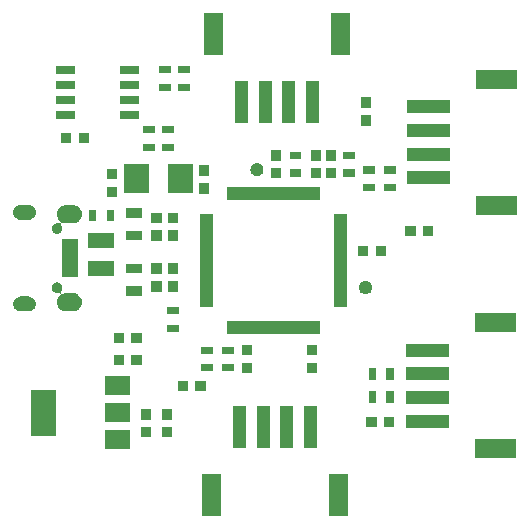
<source format=gbr>
G04 #@! TF.GenerationSoftware,KiCad,Pcbnew,(5.1.0)-1*
G04 #@! TF.CreationDate,2019-04-02T00:44:41+02:00*
G04 #@! TF.ProjectId,USB_UART_Dongle,5553425f-5541-4525-945f-446f6e676c65,rev?*
G04 #@! TF.SameCoordinates,Original*
G04 #@! TF.FileFunction,Soldermask,Top*
G04 #@! TF.FilePolarity,Negative*
%FSLAX46Y46*%
G04 Gerber Fmt 4.6, Leading zero omitted, Abs format (unit mm)*
G04 Created by KiCad (PCBNEW (5.1.0)-1) date 2019-04-02 00:44:41*
%MOMM*%
%LPD*%
G04 APERTURE LIST*
%ADD10C,0.100000*%
G04 APERTURE END LIST*
D10*
G36*
X152651000Y-117526000D02*
G01*
X151049000Y-117526000D01*
X151049000Y-114024000D01*
X152651000Y-114024000D01*
X152651000Y-117526000D01*
X152651000Y-117526000D01*
G37*
G36*
X141951000Y-117526000D02*
G01*
X140349000Y-117526000D01*
X140349000Y-114024000D01*
X141951000Y-114024000D01*
X141951000Y-117526000D01*
X141951000Y-117526000D01*
G37*
G36*
X166926000Y-112651000D02*
G01*
X163424000Y-112651000D01*
X163424000Y-111049000D01*
X166926000Y-111049000D01*
X166926000Y-112651000D01*
X166926000Y-112651000D01*
G37*
G36*
X134251000Y-111901000D02*
G01*
X132149000Y-111901000D01*
X132149000Y-110299000D01*
X134251000Y-110299000D01*
X134251000Y-111901000D01*
X134251000Y-111901000D01*
G37*
G36*
X150051000Y-111826000D02*
G01*
X148949000Y-111826000D01*
X148949000Y-108224000D01*
X150051000Y-108224000D01*
X150051000Y-111826000D01*
X150051000Y-111826000D01*
G37*
G36*
X146051000Y-111826000D02*
G01*
X144949000Y-111826000D01*
X144949000Y-108224000D01*
X146051000Y-108224000D01*
X146051000Y-111826000D01*
X146051000Y-111826000D01*
G37*
G36*
X144051000Y-111826000D02*
G01*
X142949000Y-111826000D01*
X142949000Y-108224000D01*
X144051000Y-108224000D01*
X144051000Y-111826000D01*
X144051000Y-111826000D01*
G37*
G36*
X148051000Y-111826000D02*
G01*
X146949000Y-111826000D01*
X146949000Y-108224000D01*
X148051000Y-108224000D01*
X148051000Y-111826000D01*
X148051000Y-111826000D01*
G37*
G36*
X136001000Y-110876000D02*
G01*
X135149000Y-110876000D01*
X135149000Y-109974000D01*
X136001000Y-109974000D01*
X136001000Y-110876000D01*
X136001000Y-110876000D01*
G37*
G36*
X137801000Y-110876000D02*
G01*
X136949000Y-110876000D01*
X136949000Y-109974000D01*
X137801000Y-109974000D01*
X137801000Y-110876000D01*
X137801000Y-110876000D01*
G37*
G36*
X127951000Y-110751000D02*
G01*
X125849000Y-110751000D01*
X125849000Y-106849000D01*
X127951000Y-106849000D01*
X127951000Y-110751000D01*
X127951000Y-110751000D01*
G37*
G36*
X161226000Y-110051000D02*
G01*
X157624000Y-110051000D01*
X157624000Y-108949000D01*
X161226000Y-108949000D01*
X161226000Y-110051000D01*
X161226000Y-110051000D01*
G37*
G36*
X156626000Y-110026000D02*
G01*
X155724000Y-110026000D01*
X155724000Y-109174000D01*
X156626000Y-109174000D01*
X156626000Y-110026000D01*
X156626000Y-110026000D01*
G37*
G36*
X155126000Y-110026000D02*
G01*
X154224000Y-110026000D01*
X154224000Y-109174000D01*
X155126000Y-109174000D01*
X155126000Y-110026000D01*
X155126000Y-110026000D01*
G37*
G36*
X134251000Y-109601000D02*
G01*
X132149000Y-109601000D01*
X132149000Y-107999000D01*
X134251000Y-107999000D01*
X134251000Y-109601000D01*
X134251000Y-109601000D01*
G37*
G36*
X136001000Y-109376000D02*
G01*
X135149000Y-109376000D01*
X135149000Y-108474000D01*
X136001000Y-108474000D01*
X136001000Y-109376000D01*
X136001000Y-109376000D01*
G37*
G36*
X137801000Y-109376000D02*
G01*
X136949000Y-109376000D01*
X136949000Y-108474000D01*
X137801000Y-108474000D01*
X137801000Y-109376000D01*
X137801000Y-109376000D01*
G37*
G36*
X161226000Y-108051000D02*
G01*
X157624000Y-108051000D01*
X157624000Y-106949000D01*
X161226000Y-106949000D01*
X161226000Y-108051000D01*
X161226000Y-108051000D01*
G37*
G36*
X156551000Y-108001000D02*
G01*
X155949000Y-108001000D01*
X155949000Y-106999000D01*
X156551000Y-106999000D01*
X156551000Y-108001000D01*
X156551000Y-108001000D01*
G37*
G36*
X155051000Y-108001000D02*
G01*
X154449000Y-108001000D01*
X154449000Y-106999000D01*
X155051000Y-106999000D01*
X155051000Y-108001000D01*
X155051000Y-108001000D01*
G37*
G36*
X134251000Y-107301000D02*
G01*
X132149000Y-107301000D01*
X132149000Y-105699000D01*
X134251000Y-105699000D01*
X134251000Y-107301000D01*
X134251000Y-107301000D01*
G37*
G36*
X140676000Y-106926000D02*
G01*
X139774000Y-106926000D01*
X139774000Y-106074000D01*
X140676000Y-106074000D01*
X140676000Y-106926000D01*
X140676000Y-106926000D01*
G37*
G36*
X139176000Y-106926000D02*
G01*
X138274000Y-106926000D01*
X138274000Y-106074000D01*
X139176000Y-106074000D01*
X139176000Y-106926000D01*
X139176000Y-106926000D01*
G37*
G36*
X161226000Y-106051000D02*
G01*
X157624000Y-106051000D01*
X157624000Y-104949000D01*
X161226000Y-104949000D01*
X161226000Y-106051000D01*
X161226000Y-106051000D01*
G37*
G36*
X155051000Y-106001000D02*
G01*
X154449000Y-106001000D01*
X154449000Y-104999000D01*
X155051000Y-104999000D01*
X155051000Y-106001000D01*
X155051000Y-106001000D01*
G37*
G36*
X156551000Y-106001000D02*
G01*
X155949000Y-106001000D01*
X155949000Y-104999000D01*
X156551000Y-104999000D01*
X156551000Y-106001000D01*
X156551000Y-106001000D01*
G37*
G36*
X144601000Y-105451000D02*
G01*
X143749000Y-105451000D01*
X143749000Y-104549000D01*
X144601000Y-104549000D01*
X144601000Y-105451000D01*
X144601000Y-105451000D01*
G37*
G36*
X150101000Y-105451000D02*
G01*
X149249000Y-105451000D01*
X149249000Y-104549000D01*
X150101000Y-104549000D01*
X150101000Y-105451000D01*
X150101000Y-105451000D01*
G37*
G36*
X143001000Y-105301000D02*
G01*
X141999000Y-105301000D01*
X141999000Y-104699000D01*
X143001000Y-104699000D01*
X143001000Y-105301000D01*
X143001000Y-105301000D01*
G37*
G36*
X141251000Y-105301000D02*
G01*
X140249000Y-105301000D01*
X140249000Y-104699000D01*
X141251000Y-104699000D01*
X141251000Y-105301000D01*
X141251000Y-105301000D01*
G37*
G36*
X135251000Y-104726000D02*
G01*
X134349000Y-104726000D01*
X134349000Y-103874000D01*
X135251000Y-103874000D01*
X135251000Y-104726000D01*
X135251000Y-104726000D01*
G37*
G36*
X133751000Y-104726000D02*
G01*
X132849000Y-104726000D01*
X132849000Y-103874000D01*
X133751000Y-103874000D01*
X133751000Y-104726000D01*
X133751000Y-104726000D01*
G37*
G36*
X161226000Y-104051000D02*
G01*
X157624000Y-104051000D01*
X157624000Y-102949000D01*
X161226000Y-102949000D01*
X161226000Y-104051000D01*
X161226000Y-104051000D01*
G37*
G36*
X144601000Y-103951000D02*
G01*
X143749000Y-103951000D01*
X143749000Y-103049000D01*
X144601000Y-103049000D01*
X144601000Y-103951000D01*
X144601000Y-103951000D01*
G37*
G36*
X150101000Y-103951000D02*
G01*
X149249000Y-103951000D01*
X149249000Y-103049000D01*
X150101000Y-103049000D01*
X150101000Y-103951000D01*
X150101000Y-103951000D01*
G37*
G36*
X141251000Y-103801000D02*
G01*
X140249000Y-103801000D01*
X140249000Y-103199000D01*
X141251000Y-103199000D01*
X141251000Y-103801000D01*
X141251000Y-103801000D01*
G37*
G36*
X143001000Y-103801000D02*
G01*
X141999000Y-103801000D01*
X141999000Y-103199000D01*
X143001000Y-103199000D01*
X143001000Y-103801000D01*
X143001000Y-103801000D01*
G37*
G36*
X135251000Y-102926000D02*
G01*
X134349000Y-102926000D01*
X134349000Y-102074000D01*
X135251000Y-102074000D01*
X135251000Y-102926000D01*
X135251000Y-102926000D01*
G37*
G36*
X133751000Y-102926000D02*
G01*
X132849000Y-102926000D01*
X132849000Y-102074000D01*
X133751000Y-102074000D01*
X133751000Y-102926000D01*
X133751000Y-102926000D01*
G37*
G36*
X150301000Y-102151000D02*
G01*
X142449000Y-102151000D01*
X142449000Y-101049000D01*
X150301000Y-101049000D01*
X150301000Y-102151000D01*
X150301000Y-102151000D01*
G37*
G36*
X138376000Y-101951000D02*
G01*
X137374000Y-101951000D01*
X137374000Y-101349000D01*
X138376000Y-101349000D01*
X138376000Y-101951000D01*
X138376000Y-101951000D01*
G37*
G36*
X166926000Y-101951000D02*
G01*
X163424000Y-101951000D01*
X163424000Y-100349000D01*
X166926000Y-100349000D01*
X166926000Y-101951000D01*
X166926000Y-101951000D01*
G37*
G36*
X138376000Y-100451000D02*
G01*
X137374000Y-100451000D01*
X137374000Y-99849000D01*
X138376000Y-99849000D01*
X138376000Y-100451000D01*
X138376000Y-100451000D01*
G37*
G36*
X125747715Y-98958058D02*
G01*
X125843753Y-98987191D01*
X125858935Y-98991796D01*
X125865722Y-98993855D01*
X125974468Y-99051981D01*
X126069790Y-99130210D01*
X126148019Y-99225532D01*
X126206145Y-99334278D01*
X126241942Y-99452285D01*
X126254028Y-99575000D01*
X126241942Y-99697715D01*
X126206145Y-99815722D01*
X126148019Y-99924468D01*
X126069790Y-100019790D01*
X125974468Y-100098019D01*
X125865722Y-100156145D01*
X125747715Y-100191942D01*
X125655746Y-100201000D01*
X124944254Y-100201000D01*
X124852285Y-100191942D01*
X124734278Y-100156145D01*
X124625532Y-100098019D01*
X124530210Y-100019790D01*
X124451981Y-99924468D01*
X124393855Y-99815722D01*
X124358058Y-99697715D01*
X124345972Y-99575000D01*
X124358058Y-99452285D01*
X124393855Y-99334278D01*
X124451981Y-99225532D01*
X124530210Y-99130210D01*
X124625532Y-99051981D01*
X124734278Y-98993855D01*
X124741066Y-98991796D01*
X124756247Y-98987191D01*
X124852285Y-98958058D01*
X124944254Y-98949000D01*
X125655746Y-98949000D01*
X125747715Y-98958058D01*
X125747715Y-98958058D01*
G37*
G36*
X128138410Y-97755525D02*
G01*
X128223426Y-97781314D01*
X128301775Y-97823193D01*
X128370449Y-97879551D01*
X128426807Y-97948225D01*
X128468686Y-98026574D01*
X128494475Y-98111590D01*
X128503182Y-98200000D01*
X128494475Y-98288410D01*
X128468686Y-98373426D01*
X128426807Y-98451775D01*
X128377851Y-98511428D01*
X128364238Y-98531802D01*
X128354860Y-98554441D01*
X128350080Y-98578474D01*
X128350080Y-98602978D01*
X128354861Y-98627012D01*
X128364238Y-98649650D01*
X128377852Y-98670025D01*
X128395179Y-98687352D01*
X128415553Y-98700965D01*
X128438192Y-98710343D01*
X128462225Y-98715123D01*
X128486729Y-98715123D01*
X128510763Y-98710342D01*
X128519216Y-98706841D01*
X128672879Y-98660228D01*
X128786882Y-98649000D01*
X129413118Y-98649000D01*
X129527121Y-98660228D01*
X129656671Y-98699527D01*
X129661413Y-98700965D01*
X129673402Y-98704602D01*
X129808204Y-98776655D01*
X129808207Y-98776657D01*
X129808208Y-98776658D01*
X129843956Y-98805996D01*
X129926369Y-98873631D01*
X130023345Y-98991796D01*
X130095398Y-99126598D01*
X130139772Y-99272879D01*
X130154754Y-99425000D01*
X130139772Y-99577121D01*
X130095398Y-99723402D01*
X130023345Y-99858204D01*
X130023343Y-99858207D01*
X130023342Y-99858208D01*
X129926369Y-99976369D01*
X129808204Y-100073345D01*
X129673402Y-100145398D01*
X129527121Y-100189772D01*
X129413118Y-100201000D01*
X128786882Y-100201000D01*
X128672879Y-100189772D01*
X128526598Y-100145398D01*
X128391796Y-100073345D01*
X128273631Y-99976369D01*
X128176658Y-99858208D01*
X128176657Y-99858207D01*
X128176655Y-99858204D01*
X128104602Y-99723402D01*
X128060228Y-99577121D01*
X128045246Y-99425000D01*
X128060228Y-99272879D01*
X128104602Y-99126598D01*
X128176655Y-98991796D01*
X128273633Y-98873629D01*
X128310105Y-98843697D01*
X128327432Y-98826370D01*
X128341046Y-98805996D01*
X128350423Y-98783357D01*
X128355204Y-98759324D01*
X128355204Y-98734820D01*
X128350424Y-98710787D01*
X128341047Y-98688148D01*
X128327433Y-98667773D01*
X128310106Y-98650446D01*
X128289732Y-98636832D01*
X128267093Y-98627455D01*
X128243060Y-98622674D01*
X128218556Y-98622674D01*
X128194523Y-98627454D01*
X128138412Y-98644475D01*
X128072158Y-98651000D01*
X128027842Y-98651000D01*
X127961590Y-98644475D01*
X127876574Y-98618686D01*
X127798225Y-98576807D01*
X127729551Y-98520449D01*
X127673193Y-98451775D01*
X127631314Y-98373426D01*
X127605525Y-98288410D01*
X127596818Y-98200000D01*
X127605525Y-98111590D01*
X127631314Y-98026574D01*
X127673193Y-97948225D01*
X127729551Y-97879551D01*
X127798225Y-97823193D01*
X127876574Y-97781314D01*
X127961590Y-97755525D01*
X128027842Y-97749000D01*
X128072158Y-97749000D01*
X128138410Y-97755525D01*
X128138410Y-97755525D01*
G37*
G36*
X152626000Y-99826000D02*
G01*
X151524000Y-99826000D01*
X151524000Y-91974000D01*
X152626000Y-91974000D01*
X152626000Y-99826000D01*
X152626000Y-99826000D01*
G37*
G36*
X141226000Y-99826000D02*
G01*
X140124000Y-99826000D01*
X140124000Y-91974000D01*
X141226000Y-91974000D01*
X141226000Y-99826000D01*
X141226000Y-99826000D01*
G37*
G36*
X135276000Y-98901000D02*
G01*
X133874000Y-98901000D01*
X133874000Y-98099000D01*
X135276000Y-98099000D01*
X135276000Y-98901000D01*
X135276000Y-98901000D01*
G37*
G36*
X154335721Y-97670174D02*
G01*
X154435995Y-97711709D01*
X154435996Y-97711710D01*
X154526242Y-97772010D01*
X154602990Y-97848758D01*
X154602991Y-97848760D01*
X154663291Y-97939005D01*
X154704826Y-98039279D01*
X154726000Y-98145730D01*
X154726000Y-98254270D01*
X154704826Y-98360721D01*
X154663291Y-98460995D01*
X154663290Y-98460996D01*
X154602990Y-98551242D01*
X154526242Y-98627990D01*
X154513009Y-98636832D01*
X154435995Y-98688291D01*
X154335721Y-98729826D01*
X154229270Y-98751000D01*
X154120730Y-98751000D01*
X154014279Y-98729826D01*
X153914005Y-98688291D01*
X153836991Y-98636832D01*
X153823758Y-98627990D01*
X153747010Y-98551242D01*
X153686710Y-98460996D01*
X153686709Y-98460995D01*
X153645174Y-98360721D01*
X153624000Y-98254270D01*
X153624000Y-98145730D01*
X153645174Y-98039279D01*
X153686709Y-97939005D01*
X153747009Y-97848760D01*
X153747010Y-97848758D01*
X153823758Y-97772010D01*
X153914004Y-97711710D01*
X153914005Y-97711709D01*
X154014279Y-97670174D01*
X154120730Y-97649000D01*
X154229270Y-97649000D01*
X154335721Y-97670174D01*
X154335721Y-97670174D01*
G37*
G36*
X138301000Y-98551000D02*
G01*
X137449000Y-98551000D01*
X137449000Y-97649000D01*
X138301000Y-97649000D01*
X138301000Y-98551000D01*
X138301000Y-98551000D01*
G37*
G36*
X136901000Y-98551000D02*
G01*
X136049000Y-98551000D01*
X136049000Y-97649000D01*
X136901000Y-97649000D01*
X136901000Y-98551000D01*
X136901000Y-98551000D01*
G37*
G36*
X129851000Y-97276000D02*
G01*
X128449000Y-97276000D01*
X128449000Y-94124000D01*
X129851000Y-94124000D01*
X129851000Y-97276000D01*
X129851000Y-97276000D01*
G37*
G36*
X132841000Y-97221000D02*
G01*
X130709000Y-97221000D01*
X130709000Y-95979000D01*
X132841000Y-95979000D01*
X132841000Y-97221000D01*
X132841000Y-97221000D01*
G37*
G36*
X138301000Y-97051000D02*
G01*
X137449000Y-97051000D01*
X137449000Y-96149000D01*
X138301000Y-96149000D01*
X138301000Y-97051000D01*
X138301000Y-97051000D01*
G37*
G36*
X136901000Y-97051000D02*
G01*
X136049000Y-97051000D01*
X136049000Y-96149000D01*
X136901000Y-96149000D01*
X136901000Y-97051000D01*
X136901000Y-97051000D01*
G37*
G36*
X135276000Y-97001000D02*
G01*
X133874000Y-97001000D01*
X133874000Y-96199000D01*
X135276000Y-96199000D01*
X135276000Y-97001000D01*
X135276000Y-97001000D01*
G37*
G36*
X154426000Y-95526000D02*
G01*
X153524000Y-95526000D01*
X153524000Y-94674000D01*
X154426000Y-94674000D01*
X154426000Y-95526000D01*
X154426000Y-95526000D01*
G37*
G36*
X155926000Y-95526000D02*
G01*
X155024000Y-95526000D01*
X155024000Y-94674000D01*
X155926000Y-94674000D01*
X155926000Y-95526000D01*
X155926000Y-95526000D01*
G37*
G36*
X132841000Y-94821000D02*
G01*
X130709000Y-94821000D01*
X130709000Y-93579000D01*
X132841000Y-93579000D01*
X132841000Y-94821000D01*
X132841000Y-94821000D01*
G37*
G36*
X138301000Y-94251000D02*
G01*
X137449000Y-94251000D01*
X137449000Y-93349000D01*
X138301000Y-93349000D01*
X138301000Y-94251000D01*
X138301000Y-94251000D01*
G37*
G36*
X136901000Y-94251000D02*
G01*
X136049000Y-94251000D01*
X136049000Y-93349000D01*
X136901000Y-93349000D01*
X136901000Y-94251000D01*
X136901000Y-94251000D01*
G37*
G36*
X135276000Y-94201000D02*
G01*
X133874000Y-94201000D01*
X133874000Y-93399000D01*
X135276000Y-93399000D01*
X135276000Y-94201000D01*
X135276000Y-94201000D01*
G37*
G36*
X159926000Y-93826000D02*
G01*
X159024000Y-93826000D01*
X159024000Y-92974000D01*
X159926000Y-92974000D01*
X159926000Y-93826000D01*
X159926000Y-93826000D01*
G37*
G36*
X158426000Y-93826000D02*
G01*
X157524000Y-93826000D01*
X157524000Y-92974000D01*
X158426000Y-92974000D01*
X158426000Y-93826000D01*
X158426000Y-93826000D01*
G37*
G36*
X129527121Y-91210228D02*
G01*
X129673402Y-91254602D01*
X129808204Y-91326655D01*
X129808207Y-91326657D01*
X129808208Y-91326658D01*
X129926369Y-91423631D01*
X129968963Y-91475531D01*
X130023345Y-91541796D01*
X130095398Y-91676598D01*
X130139772Y-91822879D01*
X130154754Y-91975000D01*
X130139772Y-92127121D01*
X130095398Y-92273402D01*
X130023345Y-92408204D01*
X130023343Y-92408207D01*
X130023342Y-92408208D01*
X129926369Y-92526369D01*
X129816371Y-92616643D01*
X129808204Y-92623345D01*
X129673402Y-92695398D01*
X129527121Y-92739772D01*
X129413118Y-92751000D01*
X128786882Y-92751000D01*
X128672879Y-92739772D01*
X128519210Y-92693157D01*
X128510751Y-92689654D01*
X128486717Y-92684876D01*
X128462213Y-92684878D01*
X128438180Y-92689661D01*
X128415542Y-92699041D01*
X128395169Y-92712656D01*
X128377844Y-92729985D01*
X128364232Y-92750361D01*
X128354857Y-92773000D01*
X128350079Y-92797034D01*
X128350081Y-92821538D01*
X128354864Y-92845571D01*
X128364244Y-92868209D01*
X128377851Y-92888572D01*
X128426807Y-92948225D01*
X128468686Y-93026574D01*
X128494475Y-93111590D01*
X128503182Y-93200000D01*
X128494475Y-93288410D01*
X128468686Y-93373426D01*
X128426807Y-93451775D01*
X128370449Y-93520449D01*
X128301775Y-93576807D01*
X128223426Y-93618686D01*
X128138410Y-93644475D01*
X128072158Y-93651000D01*
X128027842Y-93651000D01*
X127961590Y-93644475D01*
X127876574Y-93618686D01*
X127798225Y-93576807D01*
X127729551Y-93520449D01*
X127673193Y-93451775D01*
X127631314Y-93373426D01*
X127605525Y-93288410D01*
X127596818Y-93200000D01*
X127605525Y-93111590D01*
X127631314Y-93026574D01*
X127673193Y-92948225D01*
X127729551Y-92879551D01*
X127798225Y-92823193D01*
X127876574Y-92781314D01*
X127961590Y-92755525D01*
X128027842Y-92749000D01*
X128072158Y-92749000D01*
X128138412Y-92755525D01*
X128194523Y-92772546D01*
X128218556Y-92777326D01*
X128243060Y-92777326D01*
X128267093Y-92772545D01*
X128289732Y-92763168D01*
X128310106Y-92749554D01*
X128327433Y-92732227D01*
X128341047Y-92711852D01*
X128350424Y-92689213D01*
X128355204Y-92665180D01*
X128355204Y-92640676D01*
X128350423Y-92616643D01*
X128341046Y-92594004D01*
X128327432Y-92573630D01*
X128310105Y-92556303D01*
X128273633Y-92526371D01*
X128176655Y-92408204D01*
X128104602Y-92273402D01*
X128060228Y-92127121D01*
X128045246Y-91975000D01*
X128060228Y-91822879D01*
X128104602Y-91676598D01*
X128176655Y-91541796D01*
X128231038Y-91475531D01*
X128273631Y-91423631D01*
X128391792Y-91326658D01*
X128391793Y-91326657D01*
X128391796Y-91326655D01*
X128526598Y-91254602D01*
X128672879Y-91210228D01*
X128786882Y-91199000D01*
X129413118Y-91199000D01*
X129527121Y-91210228D01*
X129527121Y-91210228D01*
G37*
G36*
X136901000Y-92751000D02*
G01*
X136049000Y-92751000D01*
X136049000Y-91849000D01*
X136901000Y-91849000D01*
X136901000Y-92751000D01*
X136901000Y-92751000D01*
G37*
G36*
X138301000Y-92751000D02*
G01*
X137449000Y-92751000D01*
X137449000Y-91849000D01*
X138301000Y-91849000D01*
X138301000Y-92751000D01*
X138301000Y-92751000D01*
G37*
G36*
X131376000Y-92601000D02*
G01*
X130774000Y-92601000D01*
X130774000Y-91599000D01*
X131376000Y-91599000D01*
X131376000Y-92601000D01*
X131376000Y-92601000D01*
G37*
G36*
X132876000Y-92601000D02*
G01*
X132274000Y-92601000D01*
X132274000Y-91599000D01*
X132876000Y-91599000D01*
X132876000Y-92601000D01*
X132876000Y-92601000D01*
G37*
G36*
X125747715Y-91208058D02*
G01*
X125865722Y-91243855D01*
X125974468Y-91301981D01*
X126069790Y-91380210D01*
X126148019Y-91475532D01*
X126206145Y-91584278D01*
X126241942Y-91702285D01*
X126254028Y-91825000D01*
X126241942Y-91947715D01*
X126206145Y-92065722D01*
X126148019Y-92174468D01*
X126069790Y-92269790D01*
X125974468Y-92348019D01*
X125865722Y-92406145D01*
X125865719Y-92406146D01*
X125858921Y-92408208D01*
X125747715Y-92441942D01*
X125655746Y-92451000D01*
X124944254Y-92451000D01*
X124852285Y-92441942D01*
X124741079Y-92408208D01*
X124734281Y-92406146D01*
X124734278Y-92406145D01*
X124625532Y-92348019D01*
X124530210Y-92269790D01*
X124451981Y-92174468D01*
X124393855Y-92065722D01*
X124358058Y-91947715D01*
X124345972Y-91825000D01*
X124358058Y-91702285D01*
X124393855Y-91584278D01*
X124451981Y-91475532D01*
X124530210Y-91380210D01*
X124625532Y-91301981D01*
X124734278Y-91243855D01*
X124852285Y-91208058D01*
X124944254Y-91199000D01*
X125655746Y-91199000D01*
X125747715Y-91208058D01*
X125747715Y-91208058D01*
G37*
G36*
X135276000Y-92301000D02*
G01*
X133874000Y-92301000D01*
X133874000Y-91499000D01*
X135276000Y-91499000D01*
X135276000Y-92301000D01*
X135276000Y-92301000D01*
G37*
G36*
X167001000Y-92051000D02*
G01*
X163499000Y-92051000D01*
X163499000Y-90449000D01*
X167001000Y-90449000D01*
X167001000Y-92051000D01*
X167001000Y-92051000D01*
G37*
G36*
X150301000Y-90751000D02*
G01*
X142449000Y-90751000D01*
X142449000Y-89649000D01*
X150301000Y-89649000D01*
X150301000Y-90751000D01*
X150301000Y-90751000D01*
G37*
G36*
X133101000Y-90551000D02*
G01*
X132249000Y-90551000D01*
X132249000Y-89649000D01*
X133101000Y-89649000D01*
X133101000Y-90551000D01*
X133101000Y-90551000D01*
G37*
G36*
X140901000Y-90251000D02*
G01*
X140049000Y-90251000D01*
X140049000Y-89349000D01*
X140901000Y-89349000D01*
X140901000Y-90251000D01*
X140901000Y-90251000D01*
G37*
G36*
X135826000Y-90201000D02*
G01*
X133724000Y-90201000D01*
X133724000Y-87699000D01*
X135826000Y-87699000D01*
X135826000Y-90201000D01*
X135826000Y-90201000D01*
G37*
G36*
X139526000Y-90201000D02*
G01*
X137424000Y-90201000D01*
X137424000Y-87699000D01*
X139526000Y-87699000D01*
X139526000Y-90201000D01*
X139526000Y-90201000D01*
G37*
G36*
X156751000Y-90051000D02*
G01*
X155749000Y-90051000D01*
X155749000Y-89449000D01*
X156751000Y-89449000D01*
X156751000Y-90051000D01*
X156751000Y-90051000D01*
G37*
G36*
X155001000Y-90051000D02*
G01*
X153999000Y-90051000D01*
X153999000Y-89449000D01*
X155001000Y-89449000D01*
X155001000Y-90051000D01*
X155001000Y-90051000D01*
G37*
G36*
X161301000Y-89451000D02*
G01*
X157699000Y-89451000D01*
X157699000Y-88349000D01*
X161301000Y-88349000D01*
X161301000Y-89451000D01*
X161301000Y-89451000D01*
G37*
G36*
X133101000Y-89051000D02*
G01*
X132249000Y-89051000D01*
X132249000Y-88149000D01*
X133101000Y-88149000D01*
X133101000Y-89051000D01*
X133101000Y-89051000D01*
G37*
G36*
X147001000Y-88951000D02*
G01*
X146149000Y-88951000D01*
X146149000Y-88049000D01*
X147001000Y-88049000D01*
X147001000Y-88951000D01*
X147001000Y-88951000D01*
G37*
G36*
X150401000Y-88951000D02*
G01*
X149549000Y-88951000D01*
X149549000Y-88049000D01*
X150401000Y-88049000D01*
X150401000Y-88951000D01*
X150401000Y-88951000D01*
G37*
G36*
X151701000Y-88951000D02*
G01*
X150849000Y-88951000D01*
X150849000Y-88049000D01*
X151701000Y-88049000D01*
X151701000Y-88951000D01*
X151701000Y-88951000D01*
G37*
G36*
X148751000Y-88801000D02*
G01*
X147749000Y-88801000D01*
X147749000Y-88199000D01*
X148751000Y-88199000D01*
X148751000Y-88801000D01*
X148751000Y-88801000D01*
G37*
G36*
X153251000Y-88801000D02*
G01*
X152249000Y-88801000D01*
X152249000Y-88199000D01*
X153251000Y-88199000D01*
X153251000Y-88801000D01*
X153251000Y-88801000D01*
G37*
G36*
X140901000Y-88751000D02*
G01*
X140049000Y-88751000D01*
X140049000Y-87849000D01*
X140901000Y-87849000D01*
X140901000Y-88751000D01*
X140901000Y-88751000D01*
G37*
G36*
X145135721Y-87670174D02*
G01*
X145235995Y-87711709D01*
X145235996Y-87711710D01*
X145326242Y-87772010D01*
X145402990Y-87848758D01*
X145433345Y-87894188D01*
X145463291Y-87939005D01*
X145504826Y-88039279D01*
X145526000Y-88145730D01*
X145526000Y-88254270D01*
X145504826Y-88360721D01*
X145463291Y-88460995D01*
X145463290Y-88460996D01*
X145402990Y-88551242D01*
X145326242Y-88627990D01*
X145280812Y-88658345D01*
X145235995Y-88688291D01*
X145135721Y-88729826D01*
X145029270Y-88751000D01*
X144920730Y-88751000D01*
X144814279Y-88729826D01*
X144714005Y-88688291D01*
X144669188Y-88658345D01*
X144623758Y-88627990D01*
X144547010Y-88551242D01*
X144486710Y-88460996D01*
X144486709Y-88460995D01*
X144445174Y-88360721D01*
X144424000Y-88254270D01*
X144424000Y-88145730D01*
X144445174Y-88039279D01*
X144486709Y-87939005D01*
X144516655Y-87894188D01*
X144547010Y-87848758D01*
X144623758Y-87772010D01*
X144714004Y-87711710D01*
X144714005Y-87711709D01*
X144814279Y-87670174D01*
X144920730Y-87649000D01*
X145029270Y-87649000D01*
X145135721Y-87670174D01*
X145135721Y-87670174D01*
G37*
G36*
X155001000Y-88551000D02*
G01*
X153999000Y-88551000D01*
X153999000Y-87949000D01*
X155001000Y-87949000D01*
X155001000Y-88551000D01*
X155001000Y-88551000D01*
G37*
G36*
X156751000Y-88551000D02*
G01*
X155749000Y-88551000D01*
X155749000Y-87949000D01*
X156751000Y-87949000D01*
X156751000Y-88551000D01*
X156751000Y-88551000D01*
G37*
G36*
X150401000Y-87451000D02*
G01*
X149549000Y-87451000D01*
X149549000Y-86549000D01*
X150401000Y-86549000D01*
X150401000Y-87451000D01*
X150401000Y-87451000D01*
G37*
G36*
X151701000Y-87451000D02*
G01*
X150849000Y-87451000D01*
X150849000Y-86549000D01*
X151701000Y-86549000D01*
X151701000Y-87451000D01*
X151701000Y-87451000D01*
G37*
G36*
X147001000Y-87451000D02*
G01*
X146149000Y-87451000D01*
X146149000Y-86549000D01*
X147001000Y-86549000D01*
X147001000Y-87451000D01*
X147001000Y-87451000D01*
G37*
G36*
X161301000Y-87451000D02*
G01*
X157699000Y-87451000D01*
X157699000Y-86349000D01*
X161301000Y-86349000D01*
X161301000Y-87451000D01*
X161301000Y-87451000D01*
G37*
G36*
X153251000Y-87301000D02*
G01*
X152249000Y-87301000D01*
X152249000Y-86699000D01*
X153251000Y-86699000D01*
X153251000Y-87301000D01*
X153251000Y-87301000D01*
G37*
G36*
X148751000Y-87301000D02*
G01*
X147749000Y-87301000D01*
X147749000Y-86699000D01*
X148751000Y-86699000D01*
X148751000Y-87301000D01*
X148751000Y-87301000D01*
G37*
G36*
X136376000Y-86651000D02*
G01*
X135374000Y-86651000D01*
X135374000Y-86049000D01*
X136376000Y-86049000D01*
X136376000Y-86651000D01*
X136376000Y-86651000D01*
G37*
G36*
X137976000Y-86651000D02*
G01*
X136974000Y-86651000D01*
X136974000Y-86049000D01*
X137976000Y-86049000D01*
X137976000Y-86651000D01*
X137976000Y-86651000D01*
G37*
G36*
X130776000Y-85976000D02*
G01*
X129874000Y-85976000D01*
X129874000Y-85124000D01*
X130776000Y-85124000D01*
X130776000Y-85976000D01*
X130776000Y-85976000D01*
G37*
G36*
X129276000Y-85976000D02*
G01*
X128374000Y-85976000D01*
X128374000Y-85124000D01*
X129276000Y-85124000D01*
X129276000Y-85976000D01*
X129276000Y-85976000D01*
G37*
G36*
X161301000Y-85451000D02*
G01*
X157699000Y-85451000D01*
X157699000Y-84349000D01*
X161301000Y-84349000D01*
X161301000Y-85451000D01*
X161301000Y-85451000D01*
G37*
G36*
X136376000Y-85151000D02*
G01*
X135374000Y-85151000D01*
X135374000Y-84549000D01*
X136376000Y-84549000D01*
X136376000Y-85151000D01*
X136376000Y-85151000D01*
G37*
G36*
X137976000Y-85151000D02*
G01*
X136974000Y-85151000D01*
X136974000Y-84549000D01*
X137976000Y-84549000D01*
X137976000Y-85151000D01*
X137976000Y-85151000D01*
G37*
G36*
X154601000Y-84501000D02*
G01*
X153749000Y-84501000D01*
X153749000Y-83599000D01*
X154601000Y-83599000D01*
X154601000Y-84501000D01*
X154601000Y-84501000D01*
G37*
G36*
X146226000Y-84276000D02*
G01*
X145124000Y-84276000D01*
X145124000Y-80674000D01*
X146226000Y-80674000D01*
X146226000Y-84276000D01*
X146226000Y-84276000D01*
G37*
G36*
X144226000Y-84276000D02*
G01*
X143124000Y-84276000D01*
X143124000Y-80674000D01*
X144226000Y-80674000D01*
X144226000Y-84276000D01*
X144226000Y-84276000D01*
G37*
G36*
X148226000Y-84276000D02*
G01*
X147124000Y-84276000D01*
X147124000Y-80674000D01*
X148226000Y-80674000D01*
X148226000Y-84276000D01*
X148226000Y-84276000D01*
G37*
G36*
X150226000Y-84276000D02*
G01*
X149124000Y-84276000D01*
X149124000Y-80674000D01*
X150226000Y-80674000D01*
X150226000Y-84276000D01*
X150226000Y-84276000D01*
G37*
G36*
X135001000Y-83956000D02*
G01*
X133349000Y-83956000D01*
X133349000Y-83254000D01*
X135001000Y-83254000D01*
X135001000Y-83956000D01*
X135001000Y-83956000D01*
G37*
G36*
X129601000Y-83956000D02*
G01*
X127949000Y-83956000D01*
X127949000Y-83254000D01*
X129601000Y-83254000D01*
X129601000Y-83956000D01*
X129601000Y-83956000D01*
G37*
G36*
X161301000Y-83451000D02*
G01*
X157699000Y-83451000D01*
X157699000Y-82349000D01*
X161301000Y-82349000D01*
X161301000Y-83451000D01*
X161301000Y-83451000D01*
G37*
G36*
X154601000Y-83001000D02*
G01*
X153749000Y-83001000D01*
X153749000Y-82099000D01*
X154601000Y-82099000D01*
X154601000Y-83001000D01*
X154601000Y-83001000D01*
G37*
G36*
X129601000Y-82686000D02*
G01*
X127949000Y-82686000D01*
X127949000Y-81984000D01*
X129601000Y-81984000D01*
X129601000Y-82686000D01*
X129601000Y-82686000D01*
G37*
G36*
X135001000Y-82686000D02*
G01*
X133349000Y-82686000D01*
X133349000Y-81984000D01*
X135001000Y-81984000D01*
X135001000Y-82686000D01*
X135001000Y-82686000D01*
G37*
G36*
X139276000Y-81551000D02*
G01*
X138274000Y-81551000D01*
X138274000Y-80949000D01*
X139276000Y-80949000D01*
X139276000Y-81551000D01*
X139276000Y-81551000D01*
G37*
G36*
X137676000Y-81551000D02*
G01*
X136674000Y-81551000D01*
X136674000Y-80949000D01*
X137676000Y-80949000D01*
X137676000Y-81551000D01*
X137676000Y-81551000D01*
G37*
G36*
X129601000Y-81416000D02*
G01*
X127949000Y-81416000D01*
X127949000Y-80714000D01*
X129601000Y-80714000D01*
X129601000Y-81416000D01*
X129601000Y-81416000D01*
G37*
G36*
X135001000Y-81416000D02*
G01*
X133349000Y-81416000D01*
X133349000Y-80714000D01*
X135001000Y-80714000D01*
X135001000Y-81416000D01*
X135001000Y-81416000D01*
G37*
G36*
X167001000Y-81351000D02*
G01*
X163499000Y-81351000D01*
X163499000Y-79749000D01*
X167001000Y-79749000D01*
X167001000Y-81351000D01*
X167001000Y-81351000D01*
G37*
G36*
X129601000Y-80146000D02*
G01*
X127949000Y-80146000D01*
X127949000Y-79444000D01*
X129601000Y-79444000D01*
X129601000Y-80146000D01*
X129601000Y-80146000D01*
G37*
G36*
X135001000Y-80146000D02*
G01*
X133349000Y-80146000D01*
X133349000Y-79444000D01*
X135001000Y-79444000D01*
X135001000Y-80146000D01*
X135001000Y-80146000D01*
G37*
G36*
X139276000Y-80051000D02*
G01*
X138274000Y-80051000D01*
X138274000Y-79449000D01*
X139276000Y-79449000D01*
X139276000Y-80051000D01*
X139276000Y-80051000D01*
G37*
G36*
X137676000Y-80051000D02*
G01*
X136674000Y-80051000D01*
X136674000Y-79449000D01*
X137676000Y-79449000D01*
X137676000Y-80051000D01*
X137676000Y-80051000D01*
G37*
G36*
X152826000Y-78476000D02*
G01*
X151224000Y-78476000D01*
X151224000Y-74974000D01*
X152826000Y-74974000D01*
X152826000Y-78476000D01*
X152826000Y-78476000D01*
G37*
G36*
X142126000Y-78476000D02*
G01*
X140524000Y-78476000D01*
X140524000Y-74974000D01*
X142126000Y-74974000D01*
X142126000Y-78476000D01*
X142126000Y-78476000D01*
G37*
M02*

</source>
